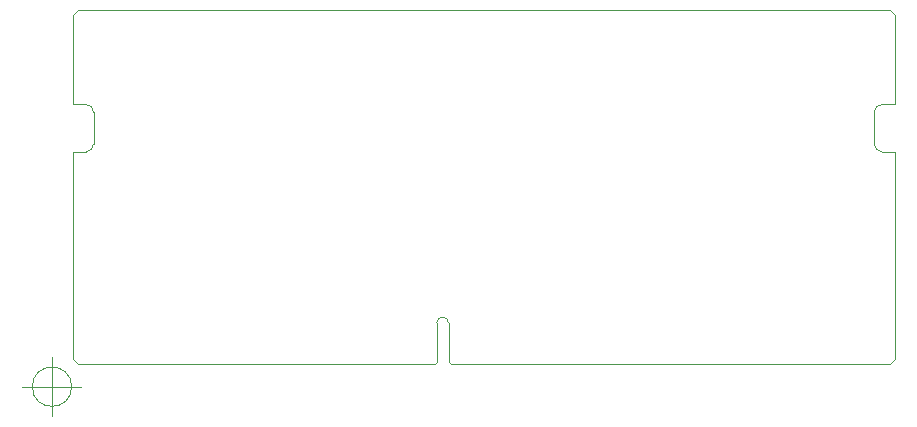
<source format=gbr>
%TF.GenerationSoftware,KiCad,Pcbnew,(6.0.0)*%
%TF.CreationDate,2022-04-27T20:10:46+08:00*%
%TF.ProjectId,XC6SLX25(FTG256)_CoreBoard,58433653-4c58-4323-9528-465447323536,rev?*%
%TF.SameCoordinates,Original*%
%TF.FileFunction,Profile,NP*%
%FSLAX46Y46*%
G04 Gerber Fmt 4.6, Leading zero omitted, Abs format (unit mm)*
G04 Created by KiCad (PCBNEW (6.0.0)) date 2022-04-27 20:10:46*
%MOMM*%
%LPD*%
G01*
G04 APERTURE LIST*
%TA.AperFunction,Profile*%
%ADD10C,0.100000*%
%TD*%
%TA.AperFunction,Profile*%
%ADD11C,0.010000*%
%TD*%
G04 APERTURE END LIST*
D10*
X105841666Y-110305000D02*
G75*
G03*
X105841666Y-110305000I-1666666J0D01*
G01*
X101675000Y-110305000D02*
X106675000Y-110305000D01*
X104175000Y-107805000D02*
X104175000Y-112805000D01*
D11*
%TO.C,J1*%
X175550000Y-86410000D02*
X175550000Y-78834000D01*
X175126000Y-78410000D02*
X106374000Y-78410000D01*
X137750000Y-108233000D02*
X137927000Y-108410000D01*
X107700000Y-87060000D02*
X107700000Y-89760000D01*
X136750000Y-108233000D02*
X136750000Y-104910000D01*
X173800000Y-89760000D02*
X173800000Y-87060000D01*
X105950000Y-107986000D02*
X106374000Y-108410000D01*
X105950000Y-78834000D02*
X105950000Y-86410000D01*
X106374000Y-108410000D02*
X136573000Y-108410000D01*
X105950000Y-86410000D02*
X107050000Y-86410000D01*
X137927000Y-108410000D02*
X175126000Y-108410000D01*
X107050000Y-90410000D02*
X105950000Y-90410000D01*
X175550000Y-107986000D02*
X175550000Y-90410000D01*
X106374000Y-78410000D02*
X105950000Y-78834000D01*
X175126000Y-108410000D02*
X175550000Y-107986000D01*
X137750000Y-104910000D02*
X137750000Y-108233000D01*
X136573000Y-108410000D02*
X136750000Y-108233000D01*
X105950000Y-90410000D02*
X105950000Y-107986000D01*
X175550000Y-78834000D02*
X175126000Y-78410000D01*
X175550000Y-90410000D02*
X174450000Y-90410000D01*
X174450000Y-86410000D02*
X175550000Y-86410000D01*
X137750000Y-104910000D02*
G75*
G03*
X137250000Y-104410000I-500001J-1D01*
G01*
X173800000Y-89760000D02*
G75*
G03*
X174450000Y-90410000I650001J1D01*
G01*
X174450000Y-86410000D02*
G75*
G03*
X173800000Y-87060000I1J-650001D01*
G01*
X137250000Y-104410000D02*
G75*
G03*
X136750000Y-104910000I1J-500001D01*
G01*
X107050000Y-90410000D02*
G75*
G03*
X107700000Y-89760000I-1J650001D01*
G01*
X107700000Y-87060000D02*
G75*
G03*
X107050000Y-86410000I-650001J-1D01*
G01*
%TD*%
M02*

</source>
